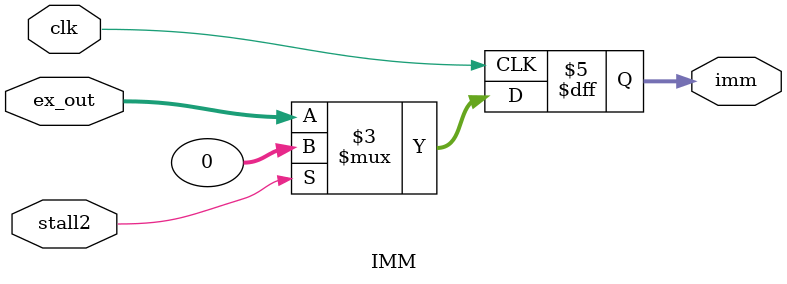
<source format=v>
`timescale 1ns / 1ps


module IMM(
input [31:0]ex_out,
input clk,
input stall2,
output reg [31:0]imm
    );
    always@(posedge clk)
    begin
        if(stall2) imm <= 32'h0;
        else begin
            imm <= ex_out;
        end
        
    end
endmodule

</source>
